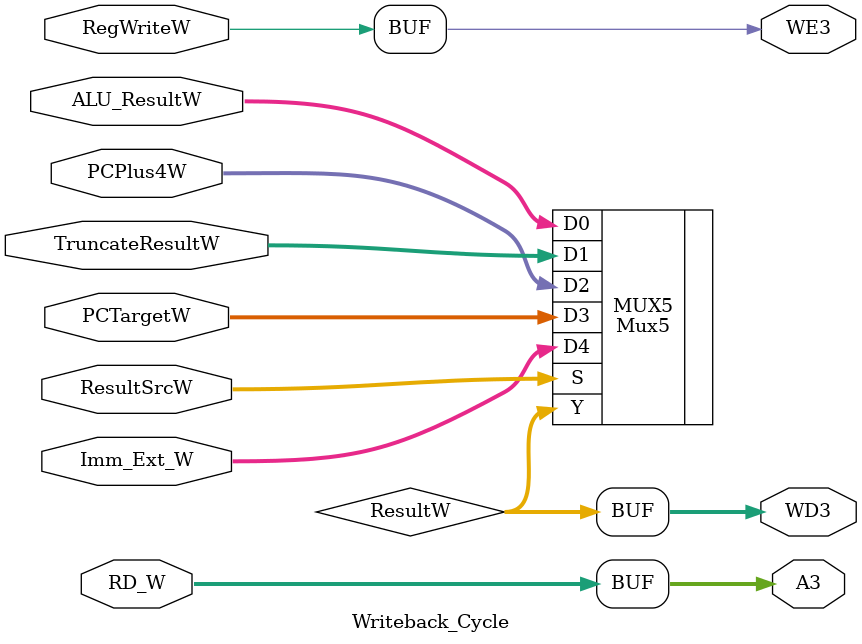
<source format=v>
module Writeback_Cycle (RegWriteW, ResultSrcW, RD_W, PCPlus4W, ALU_ResultW, TruncateResultW, Imm_Ext_W, PCTargetW,
WE3, A3, WD3);
	
	//Declare in/out
	input RegWriteW;
	input [2:0] ResultSrcW;
	input [4:0] RD_W;
	input [31:0] PCPlus4W, ALU_ResultW, TruncateResultW, PCTargetW, Imm_Ext_W;

	output WE3;
	output [4:0] A3;
	output [31:0] WD3;
	
	//Declare wire
	wire [31:0] ResultW;
	
	//Declare Module
	Mux5 MUX5 (.D0(ALU_ResultW), 
				  .D1(TruncateResultW), 
				  .D2(PCPlus4W), 
				  .D3(PCTargetW), 
				  .D4(Imm_Ext_W), 
				  .S(ResultSrcW), 
				  .Y(ResultW));
	
	//Output Assignment
	assign WE3 = RegWriteW;
	assign A3 = RD_W;
	assign WD3 = ResultW;
	
endmodule
</source>
